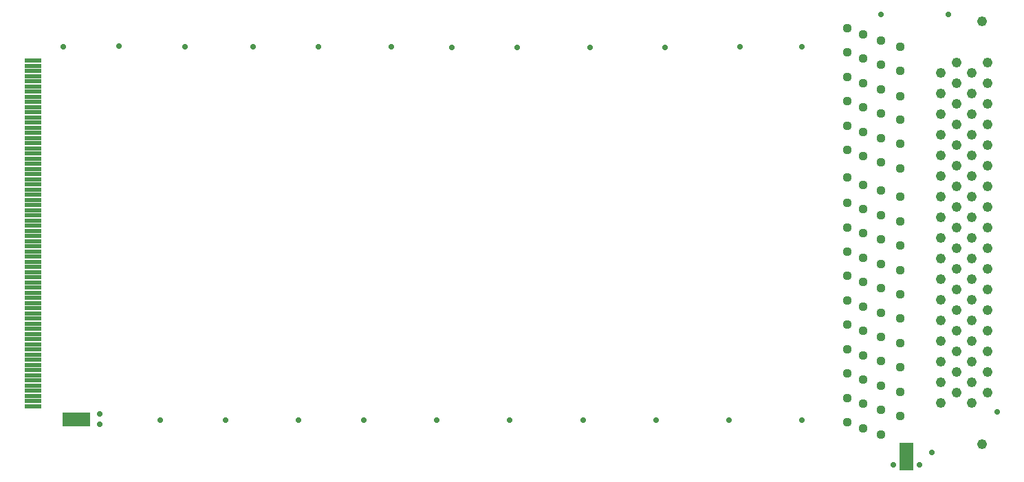
<source format=gts>
G04*
G04 #@! TF.GenerationSoftware,Altium Limited,Altium Designer,24.4.1 (13)*
G04*
G04 Layer_Color=8388736*
%FSLAX44Y44*%
%MOMM*%
G71*
G04*
G04 #@! TF.SameCoordinates,25A09F18-5F7A-4D0E-8690-A501E472ACA3*
G04*
G04*
G04 #@! TF.FilePolarity,Negative*
G04*
G01*
G75*
%ADD17R,3.4750X1.7000*%
%ADD18R,1.7000X3.4750*%
%ADD19R,1.1200X1.6200*%
%ADD20R,1.6200X1.1200*%
%ADD21C,1.1200*%
%ADD22R,2.1200X0.5000*%
%ADD23C,1.2200*%
%ADD24C,0.7200*%
D17*
X266625Y241000D02*
D03*
D18*
X1288002Y195376D02*
D03*
D19*
X255300Y241000D02*
D03*
X278000D02*
D03*
D20*
X1288000Y184000D02*
D03*
Y206700D02*
D03*
D21*
X1257096Y222500D02*
D03*
X1235000Y230000D02*
D03*
X1215147Y237500D02*
D03*
X1280672Y245000D02*
D03*
X1257096Y252500D02*
D03*
X1235000Y260000D02*
D03*
X1215147Y267500D02*
D03*
Y297500D02*
D03*
Y327500D02*
D03*
Y447500D02*
D03*
Y417500D02*
D03*
Y357500D02*
D03*
Y387500D02*
D03*
X1235000Y290000D02*
D03*
Y440000D02*
D03*
Y350000D02*
D03*
Y380000D02*
D03*
Y410000D02*
D03*
X1235000Y320000D02*
D03*
X1257096Y282500D02*
D03*
Y312500D02*
D03*
Y342500D02*
D03*
Y432500D02*
D03*
Y402500D02*
D03*
Y462500D02*
D03*
Y372500D02*
D03*
X1280672Y275000D02*
D03*
X1280672Y305000D02*
D03*
X1280672Y335000D02*
D03*
Y395000D02*
D03*
Y455000D02*
D03*
Y425000D02*
D03*
X1280672Y365000D02*
D03*
X1257096Y587500D02*
D03*
X1215147Y477500D02*
D03*
Y507500D02*
D03*
Y539000D02*
D03*
Y572500D02*
D03*
X1257096Y557500D02*
D03*
Y522500D02*
D03*
Y492500D02*
D03*
X1235000Y470000D02*
D03*
Y500000D02*
D03*
Y530000D02*
D03*
Y565000D02*
D03*
X1280672Y580000D02*
D03*
Y550000D02*
D03*
Y515000D02*
D03*
Y485000D02*
D03*
X1215147Y602500D02*
D03*
Y662500D02*
D03*
Y632500D02*
D03*
Y693000D02*
D03*
Y722500D02*
D03*
X1257096Y617500D02*
D03*
X1257096Y647000D02*
D03*
X1235000Y595000D02*
D03*
Y625000D02*
D03*
Y655000D02*
D03*
Y685000D02*
D03*
Y715000D02*
D03*
X1257096Y677500D02*
D03*
Y707500D02*
D03*
X1280672Y610000D02*
D03*
X1280672Y639000D02*
D03*
X1280672Y670000D02*
D03*
X1280672Y700000D02*
D03*
D22*
X213000Y644625D02*
D03*
Y638275D02*
D03*
Y631925D02*
D03*
Y625575D02*
D03*
Y682725D02*
D03*
Y670025D02*
D03*
Y657325D02*
D03*
Y619225D02*
D03*
Y606525D02*
D03*
Y593825D02*
D03*
Y581125D02*
D03*
Y568425D02*
D03*
Y555725D02*
D03*
Y543025D02*
D03*
Y530325D02*
D03*
Y517625D02*
D03*
Y504925D02*
D03*
Y492225D02*
D03*
Y479525D02*
D03*
Y466825D02*
D03*
Y454125D02*
D03*
Y441425D02*
D03*
Y428725D02*
D03*
Y416025D02*
D03*
Y403325D02*
D03*
Y390625D02*
D03*
Y377925D02*
D03*
Y365225D02*
D03*
Y352525D02*
D03*
Y339825D02*
D03*
Y327125D02*
D03*
Y314425D02*
D03*
Y301725D02*
D03*
Y289025D02*
D03*
Y276325D02*
D03*
Y263625D02*
D03*
Y676375D02*
D03*
Y663675D02*
D03*
Y650975D02*
D03*
Y612875D02*
D03*
Y600175D02*
D03*
Y587475D02*
D03*
Y574775D02*
D03*
Y562075D02*
D03*
Y549375D02*
D03*
Y536675D02*
D03*
Y523975D02*
D03*
Y511275D02*
D03*
Y498575D02*
D03*
Y485875D02*
D03*
Y473175D02*
D03*
Y460475D02*
D03*
Y447775D02*
D03*
Y435075D02*
D03*
Y422375D02*
D03*
Y409675D02*
D03*
Y396975D02*
D03*
Y384275D02*
D03*
Y371575D02*
D03*
Y358875D02*
D03*
Y346175D02*
D03*
Y333475D02*
D03*
Y320775D02*
D03*
Y308075D02*
D03*
Y295375D02*
D03*
Y282675D02*
D03*
Y269975D02*
D03*
Y257275D02*
D03*
D23*
X1381000Y210500D02*
D03*
Y731200D02*
D03*
X1388000Y680400D02*
D03*
X1368950Y667700D02*
D03*
X1388000Y655000D02*
D03*
X1368950Y642300D02*
D03*
X1388000Y629600D02*
D03*
X1368950Y616900D02*
D03*
X1388000Y604200D02*
D03*
X1368950Y591500D02*
D03*
X1388000Y578800D02*
D03*
X1368950Y566100D02*
D03*
X1388000Y553400D02*
D03*
X1368950Y540700D02*
D03*
X1388000Y528000D02*
D03*
X1368950Y515300D02*
D03*
X1388000Y502600D02*
D03*
X1368950Y489900D02*
D03*
X1388000Y477200D02*
D03*
X1368950Y464500D02*
D03*
X1388000Y451800D02*
D03*
X1368950Y439100D02*
D03*
X1388000Y426400D02*
D03*
X1368950Y413700D02*
D03*
X1388000Y401000D02*
D03*
X1368950Y388300D02*
D03*
X1388000Y375600D02*
D03*
X1368950Y362900D02*
D03*
X1388000Y350200D02*
D03*
X1368950Y337500D02*
D03*
X1388000Y324800D02*
D03*
X1368950Y312100D02*
D03*
X1388000Y299400D02*
D03*
X1368950Y286700D02*
D03*
X1388000Y274000D02*
D03*
X1368950Y261300D02*
D03*
X1349910Y680400D02*
D03*
X1330850Y667700D02*
D03*
X1349910Y655000D02*
D03*
X1330850Y642300D02*
D03*
X1349910Y629600D02*
D03*
X1330850Y616900D02*
D03*
X1349910Y604200D02*
D03*
X1330850Y591500D02*
D03*
X1349910Y578800D02*
D03*
X1330850Y566100D02*
D03*
X1349910Y553400D02*
D03*
X1330850Y540700D02*
D03*
X1349910Y528000D02*
D03*
X1330850Y515300D02*
D03*
X1349910Y502600D02*
D03*
X1330850Y489900D02*
D03*
X1349910Y477200D02*
D03*
X1330850Y464500D02*
D03*
X1349910Y451800D02*
D03*
X1330850Y439100D02*
D03*
X1349910Y426400D02*
D03*
X1330850Y413700D02*
D03*
X1349910Y401000D02*
D03*
X1330850Y388300D02*
D03*
X1349910Y375600D02*
D03*
X1330850Y362900D02*
D03*
X1349910Y350200D02*
D03*
X1330850Y337500D02*
D03*
X1349910Y324800D02*
D03*
X1330850Y312100D02*
D03*
X1349910Y299400D02*
D03*
X1330850Y286700D02*
D03*
X1349910Y274000D02*
D03*
X1330850Y261300D02*
D03*
D24*
X295000Y247500D02*
D03*
Y235000D02*
D03*
X319000Y701000D02*
D03*
X729000Y699000D02*
D03*
X809000D02*
D03*
X899000D02*
D03*
X484000Y700000D02*
D03*
X564000D02*
D03*
X654000D02*
D03*
X250000D02*
D03*
X400000D02*
D03*
X991000Y699000D02*
D03*
X1083000Y700000D02*
D03*
X1160000D02*
D03*
X1340000Y740000D02*
D03*
X1257096D02*
D03*
X1400000Y250000D02*
D03*
X1320000Y200000D02*
D03*
X1160000Y240000D02*
D03*
X1070000D02*
D03*
X980000D02*
D03*
X890000D02*
D03*
X800000D02*
D03*
X710000D02*
D03*
X620000D02*
D03*
X540000D02*
D03*
X450000D02*
D03*
X370000D02*
D03*
X1272000Y185000D02*
D03*
X1304000D02*
D03*
M02*

</source>
